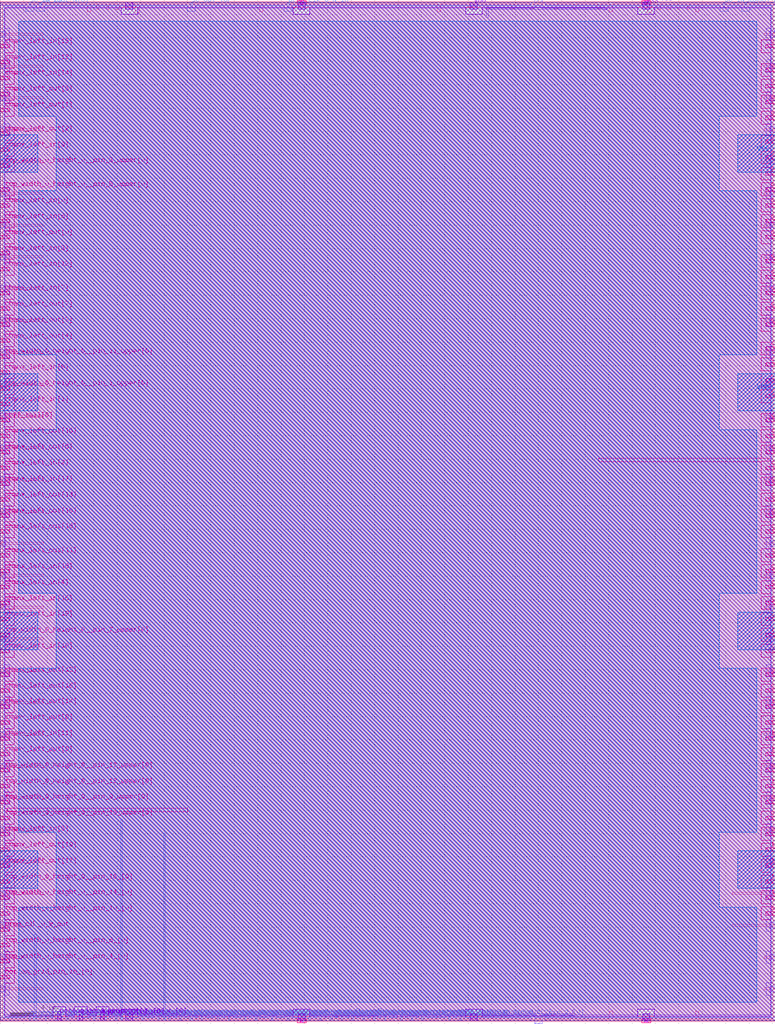
<source format=lef>
VERSION 5.7 ;
BUSBITCHARS "[]" ;

UNITS
  DATABASE MICRONS 1000 ;
END UNITS

MANUFACTURINGGRID 0.005 ;

LAYER li1
  TYPE ROUTING ;
  DIRECTION VERTICAL ;
  PITCH 0.46 ;
  WIDTH 0.17 ;
END li1

LAYER mcon
  TYPE CUT ;
END mcon

LAYER met1
  TYPE ROUTING ;
  DIRECTION HORIZONTAL ;
  PITCH 0.34 ;
  WIDTH 0.14 ;
END met1

LAYER via
  TYPE CUT ;
END via

LAYER met2
  TYPE ROUTING ;
  DIRECTION VERTICAL ;
  PITCH 0.46 ;
  WIDTH 0.14 ;
END met2

LAYER via2
  TYPE CUT ;
END via2

LAYER met3
  TYPE ROUTING ;
  DIRECTION HORIZONTAL ;
  PITCH 0.68 ;
  WIDTH 0.3 ;
END met3

LAYER via3
  TYPE CUT ;
END via3

LAYER met4
  TYPE ROUTING ;
  DIRECTION VERTICAL ;
  PITCH 0.92 ;
  WIDTH 0.3 ;
END met4

LAYER via4
  TYPE CUT ;
END via4

LAYER met5
  TYPE ROUTING ;
  DIRECTION HORIZONTAL ;
  PITCH 3.4 ;
  WIDTH 1.6 ;
END met5

LAYER nwell
  TYPE MASTERSLICE ;
END nwell

LAYER pwell
  TYPE MASTERSLICE ;
END pwell

LAYER OVERLAP
  TYPE OVERLAP ;
END OVERLAP

VIA L1M1_PR
  LAYER li1 ;
    RECT -0.085 -0.085 0.085 0.085 ;
  LAYER mcon ;
    RECT -0.085 -0.085 0.085 0.085 ;
  LAYER met1 ;
    RECT -0.145 -0.115 0.145 0.115 ;
END L1M1_PR

VIA L1M1_PR_R
  LAYER li1 ;
    RECT -0.085 -0.085 0.085 0.085 ;
  LAYER mcon ;
    RECT -0.085 -0.085 0.085 0.085 ;
  LAYER met1 ;
    RECT -0.115 -0.145 0.115 0.145 ;
END L1M1_PR_R

VIA L1M1_PR_M
  LAYER li1 ;
    RECT -0.085 -0.085 0.085 0.085 ;
  LAYER mcon ;
    RECT -0.085 -0.085 0.085 0.085 ;
  LAYER met1 ;
    RECT -0.115 -0.145 0.115 0.145 ;
END L1M1_PR_M

VIA L1M1_PR_MR
  LAYER li1 ;
    RECT -0.085 -0.085 0.085 0.085 ;
  LAYER mcon ;
    RECT -0.085 -0.085 0.085 0.085 ;
  LAYER met1 ;
    RECT -0.145 -0.115 0.145 0.115 ;
END L1M1_PR_MR

VIA L1M1_PR_C
  LAYER li1 ;
    RECT -0.085 -0.085 0.085 0.085 ;
  LAYER mcon ;
    RECT -0.085 -0.085 0.085 0.085 ;
  LAYER met1 ;
    RECT -0.145 -0.145 0.145 0.145 ;
END L1M1_PR_C

VIA M1M2_PR
  LAYER met1 ;
    RECT -0.16 -0.13 0.16 0.13 ;
  LAYER via ;
    RECT -0.075 -0.075 0.075 0.075 ;
  LAYER met2 ;
    RECT -0.13 -0.16 0.13 0.16 ;
END M1M2_PR

VIA M1M2_PR_Enc
  LAYER met1 ;
    RECT -0.16 -0.13 0.16 0.13 ;
  LAYER via ;
    RECT -0.075 -0.075 0.075 0.075 ;
  LAYER met2 ;
    RECT -0.16 -0.13 0.16 0.13 ;
END M1M2_PR_Enc

VIA M1M2_PR_R
  LAYER met1 ;
    RECT -0.13 -0.16 0.13 0.16 ;
  LAYER via ;
    RECT -0.075 -0.075 0.075 0.075 ;
  LAYER met2 ;
    RECT -0.16 -0.13 0.16 0.13 ;
END M1M2_PR_R

VIA M1M2_PR_R_Enc
  LAYER met1 ;
    RECT -0.13 -0.16 0.13 0.16 ;
  LAYER via ;
    RECT -0.075 -0.075 0.075 0.075 ;
  LAYER met2 ;
    RECT -0.13 -0.16 0.13 0.16 ;
END M1M2_PR_R_Enc

VIA M1M2_PR_M
  LAYER met1 ;
    RECT -0.16 -0.13 0.16 0.13 ;
  LAYER via ;
    RECT -0.075 -0.075 0.075 0.075 ;
  LAYER met2 ;
    RECT -0.16 -0.13 0.16 0.13 ;
END M1M2_PR_M

VIA M1M2_PR_M_Enc
  LAYER met1 ;
    RECT -0.16 -0.13 0.16 0.13 ;
  LAYER via ;
    RECT -0.075 -0.075 0.075 0.075 ;
  LAYER met2 ;
    RECT -0.13 -0.16 0.13 0.16 ;
END M1M2_PR_M_Enc

VIA M1M2_PR_MR
  LAYER met1 ;
    RECT -0.13 -0.16 0.13 0.16 ;
  LAYER via ;
    RECT -0.075 -0.075 0.075 0.075 ;
  LAYER met2 ;
    RECT -0.13 -0.16 0.13 0.16 ;
END M1M2_PR_MR

VIA M1M2_PR_MR_Enc
  LAYER met1 ;
    RECT -0.13 -0.16 0.13 0.16 ;
  LAYER via ;
    RECT -0.075 -0.075 0.075 0.075 ;
  LAYER met2 ;
    RECT -0.16 -0.13 0.16 0.13 ;
END M1M2_PR_MR_Enc

VIA M1M2_PR_C
  LAYER met1 ;
    RECT -0.16 -0.16 0.16 0.16 ;
  LAYER via ;
    RECT -0.075 -0.075 0.075 0.075 ;
  LAYER met2 ;
    RECT -0.16 -0.16 0.16 0.16 ;
END M1M2_PR_C

VIA M2M3_PR
  LAYER met2 ;
    RECT -0.14 -0.185 0.14 0.185 ;
  LAYER via2 ;
    RECT -0.1 -0.1 0.1 0.1 ;
  LAYER met3 ;
    RECT -0.165 -0.165 0.165 0.165 ;
END M2M3_PR

VIA M2M3_PR_R
  LAYER met2 ;
    RECT -0.185 -0.14 0.185 0.14 ;
  LAYER via2 ;
    RECT -0.1 -0.1 0.1 0.1 ;
  LAYER met3 ;
    RECT -0.165 -0.165 0.165 0.165 ;
END M2M3_PR_R

VIA M2M3_PR_M
  LAYER met2 ;
    RECT -0.14 -0.185 0.14 0.185 ;
  LAYER via2 ;
    RECT -0.1 -0.1 0.1 0.1 ;
  LAYER met3 ;
    RECT -0.165 -0.165 0.165 0.165 ;
END M2M3_PR_M

VIA M2M3_PR_MR
  LAYER met2 ;
    RECT -0.185 -0.14 0.185 0.14 ;
  LAYER via2 ;
    RECT -0.1 -0.1 0.1 0.1 ;
  LAYER met3 ;
    RECT -0.165 -0.165 0.165 0.165 ;
END M2M3_PR_MR

VIA M2M3_PR_C
  LAYER met2 ;
    RECT -0.185 -0.185 0.185 0.185 ;
  LAYER via2 ;
    RECT -0.1 -0.1 0.1 0.1 ;
  LAYER met3 ;
    RECT -0.165 -0.165 0.165 0.165 ;
END M2M3_PR_C

VIA M3M4_PR
  LAYER met3 ;
    RECT -0.19 -0.16 0.19 0.16 ;
  LAYER via3 ;
    RECT -0.1 -0.1 0.1 0.1 ;
  LAYER met4 ;
    RECT -0.165 -0.165 0.165 0.165 ;
END M3M4_PR

VIA M3M4_PR_R
  LAYER met3 ;
    RECT -0.16 -0.19 0.16 0.19 ;
  LAYER via3 ;
    RECT -0.1 -0.1 0.1 0.1 ;
  LAYER met4 ;
    RECT -0.165 -0.165 0.165 0.165 ;
END M3M4_PR_R

VIA M3M4_PR_M
  LAYER met3 ;
    RECT -0.19 -0.16 0.19 0.16 ;
  LAYER via3 ;
    RECT -0.1 -0.1 0.1 0.1 ;
  LAYER met4 ;
    RECT -0.165 -0.165 0.165 0.165 ;
END M3M4_PR_M

VIA M3M4_PR_MR
  LAYER met3 ;
    RECT -0.16 -0.19 0.16 0.19 ;
  LAYER via3 ;
    RECT -0.1 -0.1 0.1 0.1 ;
  LAYER met4 ;
    RECT -0.165 -0.165 0.165 0.165 ;
END M3M4_PR_MR

VIA M3M4_PR_C
  LAYER met3 ;
    RECT -0.19 -0.19 0.19 0.19 ;
  LAYER via3 ;
    RECT -0.1 -0.1 0.1 0.1 ;
  LAYER met4 ;
    RECT -0.165 -0.165 0.165 0.165 ;
END M3M4_PR_C

VIA M4M5_PR
  LAYER met4 ;
    RECT -0.59 -0.59 0.59 0.59 ;
  LAYER via4 ;
    RECT -0.4 -0.4 0.4 0.4 ;
  LAYER met5 ;
    RECT -0.71 -0.71 0.71 0.71 ;
END M4M5_PR

VIA M4M5_PR_R
  LAYER met4 ;
    RECT -0.59 -0.59 0.59 0.59 ;
  LAYER via4 ;
    RECT -0.4 -0.4 0.4 0.4 ;
  LAYER met5 ;
    RECT -0.71 -0.71 0.71 0.71 ;
END M4M5_PR_R

VIA M4M5_PR_M
  LAYER met4 ;
    RECT -0.59 -0.59 0.59 0.59 ;
  LAYER via4 ;
    RECT -0.4 -0.4 0.4 0.4 ;
  LAYER met5 ;
    RECT -0.71 -0.71 0.71 0.71 ;
END M4M5_PR_M

VIA M4M5_PR_MR
  LAYER met4 ;
    RECT -0.59 -0.59 0.59 0.59 ;
  LAYER via4 ;
    RECT -0.4 -0.4 0.4 0.4 ;
  LAYER met5 ;
    RECT -0.71 -0.71 0.71 0.71 ;
END M4M5_PR_MR

VIA M4M5_PR_C
  LAYER met4 ;
    RECT -0.59 -0.59 0.59 0.59 ;
  LAYER via4 ;
    RECT -0.4 -0.4 0.4 0.4 ;
  LAYER met5 ;
    RECT -0.71 -0.71 0.71 0.71 ;
END M4M5_PR_C

SITE unit
  CLASS CORE ;
  SYMMETRY Y ;
  SIZE 0.46 BY 2.72 ;
END unit

SITE unithddbl
  CLASS CORE ;
  SIZE 0.46 BY 5.44 ;
END unithddbl

MACRO cbx_1__0_
  CLASS BLOCK ;
  ORIGIN 0 0 ;
  SIZE 66.24 BY 87.04 ;
  SYMMETRY X Y ;
  PIN chanx_left_in[0]
    DIRECTION INPUT ;
    USE SIGNAL ;
    PORT
      LAYER met3 ;
        RECT 0 69.55 0.8 69.85 ;
    END
  END chanx_left_in[0]
  PIN chanx_left_in[1]
    DIRECTION INPUT ;
    USE SIGNAL ;
    PORT
      LAYER met3 ;
        RECT 0 52.55 0.8 52.85 ;
    END
  END chanx_left_in[1]
  PIN chanx_left_in[2]
    DIRECTION INPUT ;
    USE SIGNAL ;
    PORT
      LAYER met3 ;
        RECT 0 47.11 0.8 47.41 ;
    END
  END chanx_left_in[2]
  PIN chanx_left_in[3]
    DIRECTION INPUT ;
    USE SIGNAL ;
    PORT
      LAYER met3 ;
        RECT 0 65.47 0.8 65.77 ;
    END
  END chanx_left_in[3]
  PIN chanx_left_in[4]
    DIRECTION INPUT ;
    USE SIGNAL ;
    PORT
      LAYER met3 ;
        RECT 0 36.91 0.8 37.21 ;
    END
  END chanx_left_in[4]
  PIN chanx_left_in[5]
    DIRECTION INPUT ;
    USE SIGNAL ;
    PORT
      LAYER met3 ;
        RECT 0 15.83 0.8 16.13 ;
    END
  END chanx_left_in[5]
  PIN chanx_left_in[6]
    DIRECTION INPUT ;
    USE SIGNAL ;
    PORT
      LAYER met3 ;
        RECT 0 68.19 0.8 68.49 ;
    END
  END chanx_left_in[6]
  PIN chanx_left_in[7]
    DIRECTION INPUT ;
    USE SIGNAL ;
    PORT
      LAYER met3 ;
        RECT 0 62.07 0.8 62.37 ;
    END
  END chanx_left_in[7]
  PIN chanx_left_in[8]
    DIRECTION INPUT ;
    USE SIGNAL ;
    PORT
      LAYER met3 ;
        RECT 0 55.27 0.8 55.57 ;
    END
  END chanx_left_in[8]
  PIN chanx_left_in[9]
    DIRECTION INPUT ;
    USE SIGNAL ;
    PORT
      LAYER met3 ;
        RECT 0 74.31 0.8 74.61 ;
    END
  END chanx_left_in[9]
  PIN chanx_left_in[10]
    DIRECTION INPUT ;
    USE SIGNAL ;
    PORT
      LAYER met3 ;
        RECT 0 31.47 0.8 31.77 ;
    END
  END chanx_left_in[10]
  PIN chanx_left_in[11]
    DIRECTION INPUT ;
    USE SIGNAL ;
    PORT
      LAYER met3 ;
        RECT 0 23.99 0.8 24.29 ;
    END
  END chanx_left_in[11]
  PIN chanx_left_in[12]
    DIRECTION INPUT ;
    USE SIGNAL ;
    PORT
      LAYER met3 ;
        RECT 0 64.11 0.8 64.41 ;
    END
  END chanx_left_in[12]
  PIN chanx_left_in[13]
    DIRECTION INPUT ;
    USE SIGNAL ;
    PORT
      LAYER met3 ;
        RECT 0 81.79 0.8 82.09 ;
    END
  END chanx_left_in[13]
  PIN chanx_left_in[14]
    DIRECTION INPUT ;
    USE SIGNAL ;
    PORT
      LAYER met3 ;
        RECT 0 80.43 0.8 80.73 ;
    END
  END chanx_left_in[14]
  PIN chanx_left_in[15]
    DIRECTION INPUT ;
    USE SIGNAL ;
    PORT
      LAYER met3 ;
        RECT 0 83.15 0.8 83.45 ;
    END
  END chanx_left_in[15]
  PIN chanx_left_in[16]
    DIRECTION INPUT ;
    USE SIGNAL ;
    PORT
      LAYER met3 ;
        RECT 0 35.55 0.8 35.85 ;
    END
  END chanx_left_in[16]
  PIN chanx_left_in[17]
    DIRECTION INPUT ;
    USE SIGNAL ;
    PORT
      LAYER met3 ;
        RECT 0 45.75 0.8 46.05 ;
    END
  END chanx_left_in[17]
  PIN chanx_left_in[18]
    DIRECTION INPUT ;
    USE SIGNAL ;
    PORT
      LAYER met3 ;
        RECT 0 38.27 0.8 38.57 ;
    END
  END chanx_left_in[18]
  PIN chanx_left_in[19]
    DIRECTION INPUT ;
    USE SIGNAL ;
    PORT
      LAYER met3 ;
        RECT 0 34.19 0.8 34.49 ;
    END
  END chanx_left_in[19]
  PIN chanx_right_in[0]
    DIRECTION INPUT ;
    USE SIGNAL ;
    PORT
      LAYER met3 ;
        RECT 65.44 53.23 66.24 53.53 ;
    END
  END chanx_right_in[0]
  PIN chanx_right_in[1]
    DIRECTION INPUT ;
    USE SIGNAL ;
    PORT
      LAYER met3 ;
        RECT 65.44 74.99 66.24 75.29 ;
    END
  END chanx_right_in[1]
  PIN chanx_right_in[2]
    DIRECTION INPUT ;
    USE SIGNAL ;
    PORT
      LAYER met3 ;
        RECT 65.44 54.59 66.24 54.89 ;
    END
  END chanx_right_in[2]
  PIN chanx_right_in[3]
    DIRECTION INPUT ;
    USE SIGNAL ;
    PORT
      LAYER met3 ;
        RECT 65.44 44.39 66.24 44.69 ;
    END
  END chanx_right_in[3]
  PIN chanx_right_in[4]
    DIRECTION INPUT ;
    USE SIGNAL ;
    PORT
      LAYER met3 ;
        RECT 65.44 77.03 66.24 77.33 ;
    END
  END chanx_right_in[4]
  PIN chanx_right_in[5]
    DIRECTION INPUT ;
    USE SIGNAL ;
    PORT
      LAYER met3 ;
        RECT 65.44 31.47 66.24 31.77 ;
    END
  END chanx_right_in[5]
  PIN chanx_right_in[6]
    DIRECTION INPUT ;
    USE SIGNAL ;
    PORT
      LAYER met3 ;
        RECT 65.44 69.55 66.24 69.85 ;
    END
  END chanx_right_in[6]
  PIN chanx_right_in[7]
    DIRECTION INPUT ;
    USE SIGNAL ;
    PORT
      LAYER met3 ;
        RECT 65.44 18.55 66.24 18.85 ;
    END
  END chanx_right_in[7]
  PIN chanx_right_in[8]
    DIRECTION INPUT ;
    USE SIGNAL ;
    PORT
      LAYER met3 ;
        RECT 65.44 34.19 66.24 34.49 ;
    END
  END chanx_right_in[8]
  PIN chanx_right_in[9]
    DIRECTION INPUT ;
    USE SIGNAL ;
    PORT
      LAYER met3 ;
        RECT 65.44 66.83 66.24 67.13 ;
    END
  END chanx_right_in[9]
  PIN chanx_right_in[10]
    DIRECTION INPUT ;
    USE SIGNAL ;
    PORT
      LAYER met3 ;
        RECT 65.44 43.03 66.24 43.33 ;
    END
  END chanx_right_in[10]
  PIN chanx_right_in[11]
    DIRECTION INPUT ;
    USE SIGNAL ;
    PORT
      LAYER met3 ;
        RECT 65.44 39.63 66.24 39.93 ;
    END
  END chanx_right_in[11]
  PIN chanx_right_in[12]
    DIRECTION INPUT ;
    USE SIGNAL ;
    PORT
      LAYER met3 ;
        RECT 65.44 35.55 66.24 35.85 ;
    END
  END chanx_right_in[12]
  PIN chanx_right_in[13]
    DIRECTION INPUT ;
    USE SIGNAL ;
    PORT
      LAYER met3 ;
        RECT 65.44 72.27 66.24 72.57 ;
    END
  END chanx_right_in[13]
  PIN chanx_right_in[14]
    DIRECTION INPUT ;
    USE SIGNAL ;
    PORT
      LAYER met3 ;
        RECT 65.44 79.75 66.24 80.05 ;
    END
  END chanx_right_in[14]
  PIN chanx_right_in[15]
    DIRECTION INPUT ;
    USE SIGNAL ;
    PORT
      LAYER met3 ;
        RECT 65.44 83.15 66.24 83.45 ;
    END
  END chanx_right_in[15]
  PIN chanx_right_in[16]
    DIRECTION INPUT ;
    USE SIGNAL ;
    PORT
      LAYER met3 ;
        RECT 65.44 17.19 66.24 17.49 ;
    END
  END chanx_right_in[16]
  PIN chanx_right_in[17]
    DIRECTION INPUT ;
    USE SIGNAL ;
    PORT
      LAYER met3 ;
        RECT 65.44 28.07 66.24 28.37 ;
    END
  END chanx_right_in[17]
  PIN chanx_right_in[18]
    DIRECTION INPUT ;
    USE SIGNAL ;
    PORT
      LAYER met3 ;
        RECT 65.44 41.67 66.24 41.97 ;
    END
  END chanx_right_in[18]
  PIN chanx_right_in[19]
    DIRECTION INPUT ;
    USE SIGNAL ;
    PORT
      LAYER met3 ;
        RECT 65.44 70.91 66.24 71.21 ;
    END
  END chanx_right_in[19]
  PIN ccff_head[0]
    DIRECTION INPUT ;
    USE SIGNAL ;
    PORT
      LAYER met3 ;
        RECT 65.44 81.11 66.24 81.41 ;
    END
  END ccff_head[0]
  PIN chanx_left_out[0]
    DIRECTION OUTPUT ;
    USE SIGNAL ;
    PORT
      LAYER met3 ;
        RECT 0 66.83 0.8 67.13 ;
    END
  END chanx_left_out[0]
  PIN chanx_left_out[1]
    DIRECTION OUTPUT ;
    USE SIGNAL ;
    PORT
      LAYER met3 ;
        RECT 0 77.71 0.8 78.01 ;
    END
  END chanx_left_out[1]
  PIN chanx_left_out[2]
    DIRECTION OUTPUT ;
    USE SIGNAL ;
    PORT
      LAYER met3 ;
        RECT 0 75.67 0.8 75.97 ;
    END
  END chanx_left_out[2]
  PIN chanx_left_out[3]
    DIRECTION OUTPUT ;
    USE SIGNAL ;
    PORT
      LAYER met3 ;
        RECT 0 59.35 0.8 59.65 ;
    END
  END chanx_left_out[3]
  PIN chanx_left_out[4]
    DIRECTION OUTPUT ;
    USE SIGNAL ;
    PORT
      LAYER met3 ;
        RECT 0 57.99 0.8 58.29 ;
    END
  END chanx_left_out[4]
  PIN chanx_left_out[5]
    DIRECTION OUTPUT ;
    USE SIGNAL ;
    PORT
      LAYER met3 ;
        RECT 0 79.07 0.8 79.37 ;
    END
  END chanx_left_out[5]
  PIN chanx_left_out[6]
    DIRECTION OUTPUT ;
    USE SIGNAL ;
    PORT
      LAYER met3 ;
        RECT 0 48.47 0.8 48.77 ;
    END
  END chanx_left_out[6]
  PIN chanx_left_out[7]
    DIRECTION OUTPUT ;
    USE SIGNAL ;
    PORT
      LAYER met3 ;
        RECT 0 60.71 0.8 61.01 ;
    END
  END chanx_left_out[7]
  PIN chanx_left_out[8]
    DIRECTION OUTPUT ;
    USE SIGNAL ;
    PORT
      LAYER met3 ;
        RECT 0 25.35 0.8 25.65 ;
    END
  END chanx_left_out[8]
  PIN chanx_left_out[9]
    DIRECTION OUTPUT ;
    USE SIGNAL ;
    PORT
      LAYER met3 ;
        RECT 0 22.63 0.8 22.93 ;
    END
  END chanx_left_out[9]
  PIN chanx_left_out[10]
    DIRECTION OUTPUT ;
    USE SIGNAL ;
    PORT
      LAYER met3 ;
        RECT 0 43.03 0.8 43.33 ;
    END
  END chanx_left_out[10]
  PIN chanx_left_out[11]
    DIRECTION OUTPUT ;
    USE SIGNAL ;
    PORT
      LAYER met3 ;
        RECT 0 39.63 0.8 39.93 ;
    END
  END chanx_left_out[11]
  PIN chanx_left_out[12]
    DIRECTION OUTPUT ;
    USE SIGNAL ;
    PORT
      LAYER met3 ;
        RECT 0 29.43 0.8 29.73 ;
    END
  END chanx_left_out[12]
  PIN chanx_left_out[13]
    DIRECTION OUTPUT ;
    USE SIGNAL ;
    PORT
      LAYER met3 ;
        RECT 0 44.39 0.8 44.69 ;
    END
  END chanx_left_out[13]
  PIN chanx_left_out[14]
    DIRECTION OUTPUT ;
    USE SIGNAL ;
    PORT
      LAYER met3 ;
        RECT 0 26.71 0.8 27.01 ;
    END
  END chanx_left_out[14]
  PIN chanx_left_out[15]
    DIRECTION OUTPUT ;
    USE SIGNAL ;
    PORT
      LAYER met3 ;
        RECT 0 49.83 0.8 50.13 ;
    END
  END chanx_left_out[15]
  PIN chanx_left_out[16]
    DIRECTION OUTPUT ;
    USE SIGNAL ;
    PORT
      LAYER met3 ;
        RECT 0 28.07 0.8 28.37 ;
    END
  END chanx_left_out[16]
  PIN chanx_left_out[17]
    DIRECTION OUTPUT ;
    USE SIGNAL ;
    PORT
      LAYER met3 ;
        RECT 0 13.11 0.8 13.41 ;
    END
  END chanx_left_out[17]
  PIN chanx_left_out[18]
    DIRECTION OUTPUT ;
    USE SIGNAL ;
    PORT
      LAYER met3 ;
        RECT 0 41.67 0.8 41.97 ;
    END
  END chanx_left_out[18]
  PIN chanx_left_out[19]
    DIRECTION OUTPUT ;
    USE SIGNAL ;
    PORT
      LAYER met3 ;
        RECT 0 14.47 0.8 14.77 ;
    END
  END chanx_left_out[19]
  PIN chanx_right_out[0]
    DIRECTION OUTPUT ;
    USE SIGNAL ;
    PORT
      LAYER met3 ;
        RECT 65.44 36.91 66.24 37.21 ;
    END
  END chanx_right_out[0]
  PIN chanx_right_out[1]
    DIRECTION OUTPUT ;
    USE SIGNAL ;
    PORT
      LAYER met3 ;
        RECT 65.44 21.27 66.24 21.57 ;
    END
  END chanx_right_out[1]
  PIN chanx_right_out[2]
    DIRECTION OUTPUT ;
    USE SIGNAL ;
    PORT
      LAYER met3 ;
        RECT 65.44 63.43 66.24 63.73 ;
    END
  END chanx_right_out[2]
  PIN chanx_right_out[3]
    DIRECTION OUTPUT ;
    USE SIGNAL ;
    PORT
      LAYER met3 ;
        RECT 65.44 47.11 66.24 47.41 ;
    END
  END chanx_right_out[3]
  PIN chanx_right_out[4]
    DIRECTION OUTPUT ;
    USE SIGNAL ;
    PORT
      LAYER met3 ;
        RECT 65.44 45.75 66.24 46.05 ;
    END
  END chanx_right_out[4]
  PIN chanx_right_out[5]
    DIRECTION OUTPUT ;
    USE SIGNAL ;
    PORT
      LAYER met3 ;
        RECT 65.44 49.83 66.24 50.13 ;
    END
  END chanx_right_out[5]
  PIN chanx_right_out[6]
    DIRECTION OUTPUT ;
    USE SIGNAL ;
    PORT
      LAYER met3 ;
        RECT 65.44 60.71 66.24 61.01 ;
    END
  END chanx_right_out[6]
  PIN chanx_right_out[7]
    DIRECTION OUTPUT ;
    USE SIGNAL ;
    PORT
      LAYER met3 ;
        RECT 65.44 55.95 66.24 56.25 ;
    END
  END chanx_right_out[7]
  PIN chanx_right_out[8]
    DIRECTION OUTPUT ;
    USE SIGNAL ;
    PORT
      LAYER met3 ;
        RECT 65.44 64.79 66.24 65.09 ;
    END
  END chanx_right_out[8]
  PIN chanx_right_out[9]
    DIRECTION OUTPUT ;
    USE SIGNAL ;
    PORT
      LAYER met3 ;
        RECT 65.44 51.19 66.24 51.49 ;
    END
  END chanx_right_out[9]
  PIN chanx_right_out[10]
    DIRECTION OUTPUT ;
    USE SIGNAL ;
    PORT
      LAYER met3 ;
        RECT 65.44 29.43 66.24 29.73 ;
    END
  END chanx_right_out[10]
  PIN chanx_right_out[11]
    DIRECTION OUTPUT ;
    USE SIGNAL ;
    PORT
      LAYER met3 ;
        RECT 65.44 15.83 66.24 16.13 ;
    END
  END chanx_right_out[11]
  PIN chanx_right_out[12]
    DIRECTION OUTPUT ;
    USE SIGNAL ;
    PORT
      LAYER met3 ;
        RECT 65.44 68.19 66.24 68.49 ;
    END
  END chanx_right_out[12]
  PIN chanx_right_out[13]
    DIRECTION OUTPUT ;
    USE SIGNAL ;
    PORT
      LAYER met3 ;
        RECT 65.44 48.47 66.24 48.77 ;
    END
  END chanx_right_out[13]
  PIN chanx_right_out[14]
    DIRECTION OUTPUT ;
    USE SIGNAL ;
    PORT
      LAYER met3 ;
        RECT 65.44 38.27 66.24 38.57 ;
    END
  END chanx_right_out[14]
  PIN chanx_right_out[15]
    DIRECTION OUTPUT ;
    USE SIGNAL ;
    PORT
      LAYER met3 ;
        RECT 65.44 57.31 66.24 57.61 ;
    END
  END chanx_right_out[15]
  PIN chanx_right_out[16]
    DIRECTION OUTPUT ;
    USE SIGNAL ;
    PORT
      LAYER met3 ;
        RECT 65.44 62.07 66.24 62.37 ;
    END
  END chanx_right_out[16]
  PIN chanx_right_out[17]
    DIRECTION OUTPUT ;
    USE SIGNAL ;
    PORT
      LAYER met3 ;
        RECT 65.44 73.63 66.24 73.93 ;
    END
  END chanx_right_out[17]
  PIN chanx_right_out[18]
    DIRECTION OUTPUT ;
    USE SIGNAL ;
    PORT
      LAYER met3 ;
        RECT 65.44 59.35 66.24 59.65 ;
    END
  END chanx_right_out[18]
  PIN chanx_right_out[19]
    DIRECTION OUTPUT ;
    USE SIGNAL ;
    PORT
      LAYER met3 ;
        RECT 65.44 78.39 66.24 78.69 ;
    END
  END chanx_right_out[19]
  PIN bottom_grid_pin_0_[0]
    DIRECTION OUTPUT ;
    USE SIGNAL ;
    PORT
      LAYER met3 ;
        RECT 65.44 9.03 66.24 9.33 ;
    END
  END bottom_grid_pin_0_[0]
  PIN bottom_grid_pin_2_[0]
    DIRECTION OUTPUT ;
    USE SIGNAL ;
    PORT
      LAYER met2 ;
        RECT 38.34 0 38.48 0.485 ;
    END
  END bottom_grid_pin_2_[0]
  PIN bottom_grid_pin_4_[0]
    DIRECTION OUTPUT ;
    USE SIGNAL ;
    PORT
      LAYER met4 ;
        RECT 8.59 0 8.89 0.8 ;
    END
  END bottom_grid_pin_4_[0]
  PIN bottom_grid_pin_6_[0]
    DIRECTION OUTPUT ;
    USE SIGNAL ;
    PORT
      LAYER met4 ;
        RECT 6.75 0 7.05 0.8 ;
    END
  END bottom_grid_pin_6_[0]
  PIN bottom_grid_pin_8_[0]
    DIRECTION OUTPUT ;
    USE SIGNAL ;
    PORT
      LAYER met2 ;
        RECT 36.04 0 36.18 0.485 ;
    END
  END bottom_grid_pin_8_[0]
  PIN bottom_grid_pin_10_[0]
    DIRECTION OUTPUT ;
    USE SIGNAL ;
    PORT
      LAYER met4 ;
        RECT 4.91 0 5.21 0.8 ;
    END
  END bottom_grid_pin_10_[0]
  PIN bottom_grid_pin_12_[0]
    DIRECTION OUTPUT ;
    USE SIGNAL ;
    PORT
      LAYER met2 ;
        RECT 32.82 0 32.96 0.485 ;
    END
  END bottom_grid_pin_12_[0]
  PIN bottom_grid_pin_14_[0]
    DIRECTION OUTPUT ;
    USE SIGNAL ;
    PORT
      LAYER met2 ;
        RECT 9.82 0 9.96 0.485 ;
    END
  END bottom_grid_pin_14_[0]
  PIN bottom_grid_pin_16_[0]
    DIRECTION OUTPUT ;
    USE SIGNAL ;
    PORT
      LAYER met3 ;
        RECT 0 3.59 0.8 3.89 ;
    END
  END bottom_grid_pin_16_[0]
  PIN ccff_tail[0]
    DIRECTION OUTPUT ;
    USE SIGNAL ;
    PORT
      LAYER met3 ;
        RECT 0 51.19 0.8 51.49 ;
    END
  END ccff_tail[0]
  PIN IO_ISOL_N[0]
    DIRECTION INPUT ;
    USE SIGNAL ;
    PORT
      LAYER met2 ;
        RECT 3.38 86.555 3.52 87.04 ;
    END
  END IO_ISOL_N[0]
  PIN gfpga_pad_EMBEDDED_IO_HD_SOC_IN[0]
    DIRECTION INPUT ;
    USE SIGNAL ;
    PORT
      LAYER met2 ;
        RECT 14.42 0 14.56 0.485 ;
    END
  END gfpga_pad_EMBEDDED_IO_HD_SOC_IN[0]
  PIN gfpga_pad_EMBEDDED_IO_HD_SOC_IN[1]
    DIRECTION INPUT ;
    USE SIGNAL ;
    PORT
      LAYER met2 ;
        RECT 15.34 0 15.48 0.485 ;
    END
  END gfpga_pad_EMBEDDED_IO_HD_SOC_IN[1]
  PIN gfpga_pad_EMBEDDED_IO_HD_SOC_IN[2]
    DIRECTION INPUT ;
    USE SIGNAL ;
    PORT
      LAYER met2 ;
        RECT 29.14 0 29.28 0.485 ;
    END
  END gfpga_pad_EMBEDDED_IO_HD_SOC_IN[2]
  PIN gfpga_pad_EMBEDDED_IO_HD_SOC_IN[3]
    DIRECTION INPUT ;
    USE SIGNAL ;
    PORT
      LAYER met2 ;
        RECT 30.98 0 31.12 0.485 ;
    END
  END gfpga_pad_EMBEDDED_IO_HD_SOC_IN[3]
  PIN gfpga_pad_EMBEDDED_IO_HD_SOC_IN[4]
    DIRECTION INPUT ;
    USE SIGNAL ;
    PORT
      LAYER met2 ;
        RECT 16.26 0 16.4 0.485 ;
    END
  END gfpga_pad_EMBEDDED_IO_HD_SOC_IN[4]
  PIN gfpga_pad_EMBEDDED_IO_HD_SOC_IN[5]
    DIRECTION INPUT ;
    USE SIGNAL ;
    PORT
      LAYER met2 ;
        RECT 10.74 0 10.88 0.485 ;
    END
  END gfpga_pad_EMBEDDED_IO_HD_SOC_IN[5]
  PIN gfpga_pad_EMBEDDED_IO_HD_SOC_IN[6]
    DIRECTION INPUT ;
    USE SIGNAL ;
    PORT
      LAYER met2 ;
        RECT 6.6 0 6.74 0.485 ;
    END
  END gfpga_pad_EMBEDDED_IO_HD_SOC_IN[6]
  PIN gfpga_pad_EMBEDDED_IO_HD_SOC_IN[7]
    DIRECTION INPUT ;
    USE SIGNAL ;
    PORT
      LAYER met2 ;
        RECT 5.68 0 5.82 0.485 ;
    END
  END gfpga_pad_EMBEDDED_IO_HD_SOC_IN[7]
  PIN gfpga_pad_EMBEDDED_IO_HD_SOC_IN[8]
    DIRECTION INPUT ;
    USE SIGNAL ;
    PORT
      LAYER met2 ;
        RECT 12.12 0 12.26 0.485 ;
    END
  END gfpga_pad_EMBEDDED_IO_HD_SOC_IN[8]
  PIN gfpga_pad_EMBEDDED_IO_HD_SOC_OUT[0]
    DIRECTION OUTPUT ;
    USE SIGNAL ;
    PORT
      LAYER met2 ;
        RECT 23.16 0 23.3 0.485 ;
    END
  END gfpga_pad_EMBEDDED_IO_HD_SOC_OUT[0]
  PIN gfpga_pad_EMBEDDED_IO_HD_SOC_OUT[1]
    DIRECTION OUTPUT ;
    USE SIGNAL ;
    PORT
      LAYER met2 ;
        RECT 26.38 0 26.52 0.485 ;
    END
  END gfpga_pad_EMBEDDED_IO_HD_SOC_OUT[1]
  PIN gfpga_pad_EMBEDDED_IO_HD_SOC_OUT[2]
    DIRECTION OUTPUT ;
    USE SIGNAL ;
    PORT
      LAYER met2 ;
        RECT 35.12 0 35.26 0.485 ;
    END
  END gfpga_pad_EMBEDDED_IO_HD_SOC_OUT[2]
  PIN gfpga_pad_EMBEDDED_IO_HD_SOC_OUT[3]
    DIRECTION OUTPUT ;
    USE SIGNAL ;
    PORT
      LAYER met2 ;
        RECT 30.06 0 30.2 0.485 ;
    END
  END gfpga_pad_EMBEDDED_IO_HD_SOC_OUT[3]
  PIN gfpga_pad_EMBEDDED_IO_HD_SOC_OUT[4]
    DIRECTION OUTPUT ;
    USE SIGNAL ;
    PORT
      LAYER met2 ;
        RECT 28.22 0 28.36 0.485 ;
    END
  END gfpga_pad_EMBEDDED_IO_HD_SOC_OUT[4]
  PIN gfpga_pad_EMBEDDED_IO_HD_SOC_OUT[5]
    DIRECTION OUTPUT ;
    USE SIGNAL ;
    PORT
      LAYER met2 ;
        RECT 19.48 0 19.62 0.485 ;
    END
  END gfpga_pad_EMBEDDED_IO_HD_SOC_OUT[5]
  PIN gfpga_pad_EMBEDDED_IO_HD_SOC_OUT[6]
    DIRECTION OUTPUT ;
    USE SIGNAL ;
    PORT
      LAYER met2 ;
        RECT 18.56 0 18.7 0.485 ;
    END
  END gfpga_pad_EMBEDDED_IO_HD_SOC_OUT[6]
  PIN gfpga_pad_EMBEDDED_IO_HD_SOC_OUT[7]
    DIRECTION OUTPUT ;
    USE SIGNAL ;
    PORT
      LAYER met2 ;
        RECT 3.84 0 3.98 0.485 ;
    END
  END gfpga_pad_EMBEDDED_IO_HD_SOC_OUT[7]
  PIN gfpga_pad_EMBEDDED_IO_HD_SOC_OUT[8]
    DIRECTION OUTPUT ;
    USE SIGNAL ;
    PORT
      LAYER met2 ;
        RECT 7.98 0 8.12 0.485 ;
    END
  END gfpga_pad_EMBEDDED_IO_HD_SOC_OUT[8]
  PIN gfpga_pad_EMBEDDED_IO_HD_SOC_DIR[0]
    DIRECTION OUTPUT ;
    USE SIGNAL ;
    PORT
      LAYER met2 ;
        RECT 17.18 0 17.32 0.485 ;
    END
  END gfpga_pad_EMBEDDED_IO_HD_SOC_DIR[0]
  PIN gfpga_pad_EMBEDDED_IO_HD_SOC_DIR[1]
    DIRECTION OUTPUT ;
    USE SIGNAL ;
    PORT
      LAYER met2 ;
        RECT 21.78 0 21.92 0.485 ;
    END
  END gfpga_pad_EMBEDDED_IO_HD_SOC_DIR[1]
  PIN gfpga_pad_EMBEDDED_IO_HD_SOC_DIR[2]
    DIRECTION OUTPUT ;
    USE SIGNAL ;
    PORT
      LAYER met2 ;
        RECT 27.3 0 27.44 0.485 ;
    END
  END gfpga_pad_EMBEDDED_IO_HD_SOC_DIR[2]
  PIN gfpga_pad_EMBEDDED_IO_HD_SOC_DIR[3]
    DIRECTION OUTPUT ;
    USE SIGNAL ;
    PORT
      LAYER met2 ;
        RECT 24.54 0 24.68 0.485 ;
    END
  END gfpga_pad_EMBEDDED_IO_HD_SOC_DIR[3]
  PIN gfpga_pad_EMBEDDED_IO_HD_SOC_DIR[4]
    DIRECTION OUTPUT ;
    USE SIGNAL ;
    PORT
      LAYER met2 ;
        RECT 20.86 0 21 0.485 ;
    END
  END gfpga_pad_EMBEDDED_IO_HD_SOC_DIR[4]
  PIN gfpga_pad_EMBEDDED_IO_HD_SOC_DIR[5]
    DIRECTION OUTPUT ;
    USE SIGNAL ;
    PORT
      LAYER met2 ;
        RECT 13.5 0 13.64 0.485 ;
    END
  END gfpga_pad_EMBEDDED_IO_HD_SOC_DIR[5]
  PIN gfpga_pad_EMBEDDED_IO_HD_SOC_DIR[6]
    DIRECTION OUTPUT ;
    USE SIGNAL ;
    PORT
      LAYER met2 ;
        RECT 8.9 0 9.04 0.485 ;
    END
  END gfpga_pad_EMBEDDED_IO_HD_SOC_DIR[6]
  PIN gfpga_pad_EMBEDDED_IO_HD_SOC_DIR[7]
    DIRECTION OUTPUT ;
    USE SIGNAL ;
    PORT
      LAYER met2 ;
        RECT 2.46 0 2.6 0.485 ;
    END
  END gfpga_pad_EMBEDDED_IO_HD_SOC_DIR[7]
  PIN gfpga_pad_EMBEDDED_IO_HD_SOC_DIR[8]
    DIRECTION OUTPUT ;
    USE SIGNAL ;
    PORT
      LAYER met2 ;
        RECT 4.76 0 4.9 0.485 ;
    END
  END gfpga_pad_EMBEDDED_IO_HD_SOC_DIR[8]
  PIN top_width_0_height_0__pin_0_[0]
    DIRECTION INPUT ;
    USE SIGNAL ;
    PORT
      LAYER met3 ;
        RECT 65.44 10.39 66.24 10.69 ;
    END
  END top_width_0_height_0__pin_0_[0]
  PIN top_width_0_height_0__pin_2_[0]
    DIRECTION INPUT ;
    USE SIGNAL ;
    PORT
      LAYER met2 ;
        RECT 39.26 0 39.4 0.485 ;
    END
  END top_width_0_height_0__pin_2_[0]
  PIN top_width_0_height_0__pin_4_[0]
    DIRECTION INPUT ;
    USE SIGNAL ;
    PORT
      LAYER met3 ;
        RECT 0 4.95 0.8 5.25 ;
    END
  END top_width_0_height_0__pin_4_[0]
  PIN top_width_0_height_0__pin_6_[0]
    DIRECTION INPUT ;
    USE SIGNAL ;
    PORT
      LAYER met3 ;
        RECT 0 6.31 0.8 6.61 ;
    END
  END top_width_0_height_0__pin_6_[0]
  PIN top_width_0_height_0__pin_8_[0]
    DIRECTION INPUT ;
    USE SIGNAL ;
    PORT
      LAYER met2 ;
        RECT 34.2 0 34.34 0.485 ;
    END
  END top_width_0_height_0__pin_8_[0]
  PIN top_width_0_height_0__pin_10_[0]
    DIRECTION INPUT ;
    USE SIGNAL ;
    PORT
      LAYER met3 ;
        RECT 0 9.03 0.8 9.33 ;
    END
  END top_width_0_height_0__pin_10_[0]
  PIN top_width_0_height_0__pin_12_[0]
    DIRECTION INPUT ;
    USE SIGNAL ;
    PORT
      LAYER met2 ;
        RECT 31.9 0 32.04 0.485 ;
    END
  END top_width_0_height_0__pin_12_[0]
  PIN top_width_0_height_0__pin_14_[0]
    DIRECTION INPUT ;
    USE SIGNAL ;
    PORT
      LAYER met3 ;
        RECT 0 10.39 0.8 10.69 ;
    END
  END top_width_0_height_0__pin_14_[0]
  PIN top_width_0_height_0__pin_16_[0]
    DIRECTION INPUT ;
    USE SIGNAL ;
    PORT
      LAYER met3 ;
        RECT 0 11.75 0.8 12.05 ;
    END
  END top_width_0_height_0__pin_16_[0]
  PIN top_width_0_height_0__pin_1_upper[0]
    DIRECTION OUTPUT ;
    USE SIGNAL ;
    PORT
      LAYER met3 ;
        RECT 0 53.91 0.8 54.21 ;
    END
  END top_width_0_height_0__pin_1_upper[0]
  PIN top_width_0_height_0__pin_1_lower[0]
    DIRECTION OUTPUT ;
    USE SIGNAL ;
    PORT
      LAYER met3 ;
        RECT 65.44 26.71 66.24 27.01 ;
    END
  END top_width_0_height_0__pin_1_lower[0]
  PIN top_width_0_height_0__pin_3_upper[0]
    DIRECTION OUTPUT ;
    USE SIGNAL ;
    PORT
      LAYER met3 ;
        RECT 0 72.95 0.8 73.25 ;
    END
  END top_width_0_height_0__pin_3_upper[0]
  PIN top_width_0_height_0__pin_3_lower[0]
    DIRECTION OUTPUT ;
    USE SIGNAL ;
    PORT
      LAYER met3 ;
        RECT 65.44 25.35 66.24 25.65 ;
    END
  END top_width_0_height_0__pin_3_lower[0]
  PIN top_width_0_height_0__pin_5_upper[0]
    DIRECTION OUTPUT ;
    USE SIGNAL ;
    PORT
      LAYER met3 ;
        RECT 0 70.91 0.8 71.21 ;
    END
  END top_width_0_height_0__pin_5_upper[0]
  PIN top_width_0_height_0__pin_5_lower[0]
    DIRECTION OUTPUT ;
    USE SIGNAL ;
    PORT
      LAYER met3 ;
        RECT 65.44 14.47 66.24 14.77 ;
    END
  END top_width_0_height_0__pin_5_lower[0]
  PIN top_width_0_height_0__pin_7_upper[0]
    DIRECTION OUTPUT ;
    USE SIGNAL ;
    PORT
      LAYER met3 ;
        RECT 0 32.83 0.8 33.13 ;
    END
  END top_width_0_height_0__pin_7_upper[0]
  PIN top_width_0_height_0__pin_7_lower[0]
    DIRECTION OUTPUT ;
    USE SIGNAL ;
    PORT
      LAYER met3 ;
        RECT 65.44 32.83 66.24 33.13 ;
    END
  END top_width_0_height_0__pin_7_lower[0]
  PIN top_width_0_height_0__pin_9_upper[0]
    DIRECTION OUTPUT ;
    USE SIGNAL ;
    PORT
      LAYER met3 ;
        RECT 0 18.55 0.8 18.85 ;
    END
  END top_width_0_height_0__pin_9_upper[0]
  PIN top_width_0_height_0__pin_9_lower[0]
    DIRECTION OUTPUT ;
    USE SIGNAL ;
    PORT
      LAYER met3 ;
        RECT 65.44 13.11 66.24 13.41 ;
    END
  END top_width_0_height_0__pin_9_lower[0]
  PIN top_width_0_height_0__pin_11_upper[0]
    DIRECTION OUTPUT ;
    USE SIGNAL ;
    PORT
      LAYER met3 ;
        RECT 0 56.63 0.8 56.93 ;
    END
  END top_width_0_height_0__pin_11_upper[0]
  PIN top_width_0_height_0__pin_11_lower[0]
    DIRECTION OUTPUT ;
    USE SIGNAL ;
    PORT
      LAYER met3 ;
        RECT 65.44 23.99 66.24 24.29 ;
    END
  END top_width_0_height_0__pin_11_lower[0]
  PIN top_width_0_height_0__pin_13_upper[0]
    DIRECTION OUTPUT ;
    USE SIGNAL ;
    PORT
      LAYER met3 ;
        RECT 0 19.91 0.8 20.21 ;
    END
  END top_width_0_height_0__pin_13_upper[0]
  PIN top_width_0_height_0__pin_13_lower[0]
    DIRECTION OUTPUT ;
    USE SIGNAL ;
    PORT
      LAYER met3 ;
        RECT 65.44 22.63 66.24 22.93 ;
    END
  END top_width_0_height_0__pin_13_lower[0]
  PIN top_width_0_height_0__pin_15_upper[0]
    DIRECTION OUTPUT ;
    USE SIGNAL ;
    PORT
      LAYER met3 ;
        RECT 0 17.19 0.8 17.49 ;
    END
  END top_width_0_height_0__pin_15_upper[0]
  PIN top_width_0_height_0__pin_15_lower[0]
    DIRECTION OUTPUT ;
    USE SIGNAL ;
    PORT
      LAYER met3 ;
        RECT 65.44 11.75 66.24 12.05 ;
    END
  END top_width_0_height_0__pin_15_lower[0]
  PIN top_width_0_height_0__pin_17_upper[0]
    DIRECTION OUTPUT ;
    USE SIGNAL ;
    PORT
      LAYER met3 ;
        RECT 0 21.27 0.8 21.57 ;
    END
  END top_width_0_height_0__pin_17_upper[0]
  PIN top_width_0_height_0__pin_17_lower[0]
    DIRECTION OUTPUT ;
    USE SIGNAL ;
    PORT
      LAYER met3 ;
        RECT 65.44 19.91 66.24 20.21 ;
    END
  END top_width_0_height_0__pin_17_lower[0]
  PIN SC_IN_TOP
    DIRECTION INPUT ;
    USE SIGNAL ;
    PORT
      LAYER met2 ;
        RECT 61.8 86.555 61.94 87.04 ;
    END
  END SC_IN_TOP
  PIN SC_OUT_BOT
    DIRECTION OUTPUT ;
    USE SIGNAL ;
    PORT
      LAYER met2 ;
        RECT 63.64 86.555 63.78 87.04 ;
    END
  END SC_OUT_BOT
  PIN SC_IN_BOT
    DIRECTION INPUT ;
    USE SIGNAL ;
    PORT
      LAYER met2 ;
        RECT 2.46 86.555 2.6 87.04 ;
    END
  END SC_IN_BOT
  PIN SC_OUT_TOP
    DIRECTION OUTPUT ;
    USE SIGNAL ;
    PORT
      LAYER met2 ;
        RECT 16.26 86.555 16.4 87.04 ;
    END
  END SC_OUT_TOP
  PIN prog_clk_0_N_in
    DIRECTION INPUT ;
    USE CLOCK ;
    PORT
      LAYER met2 ;
        RECT 24.54 86.555 24.68 87.04 ;
    END
  END prog_clk_0_N_in
  PIN prog_clk_0_W_out
    DIRECTION OUTPUT ;
    USE CLOCK ;
    PORT
      LAYER met3 ;
        RECT 0 7.67 0.8 7.97 ;
    END
  END prog_clk_0_W_out
  PIN VDD
    DIRECTION INPUT ;
    USE POWER ;
    PORT
      LAYER met1 ;
        RECT 0 2.48 0.48 2.96 ;
        RECT 65.76 2.48 66.24 2.96 ;
        RECT 0 7.92 0.48 8.4 ;
        RECT 65.76 7.92 66.24 8.4 ;
        RECT 0 13.36 0.48 13.84 ;
        RECT 65.76 13.36 66.24 13.84 ;
        RECT 0 18.8 0.48 19.28 ;
        RECT 65.76 18.8 66.24 19.28 ;
        RECT 0 24.24 0.48 24.72 ;
        RECT 65.76 24.24 66.24 24.72 ;
        RECT 0 29.68 0.48 30.16 ;
        RECT 65.76 29.68 66.24 30.16 ;
        RECT 0 35.12 0.48 35.6 ;
        RECT 65.76 35.12 66.24 35.6 ;
        RECT 0 40.56 0.48 41.04 ;
        RECT 65.76 40.56 66.24 41.04 ;
        RECT 0 46 0.48 46.48 ;
        RECT 65.76 46 66.24 46.48 ;
        RECT 0 51.44 0.48 51.92 ;
        RECT 65.76 51.44 66.24 51.92 ;
        RECT 0 56.88 0.48 57.36 ;
        RECT 65.76 56.88 66.24 57.36 ;
        RECT 0 62.32 0.48 62.8 ;
        RECT 65.76 62.32 66.24 62.8 ;
        RECT 0 67.76 0.48 68.24 ;
        RECT 65.76 67.76 66.24 68.24 ;
        RECT 0 73.2 0.48 73.68 ;
        RECT 65.76 73.2 66.24 73.68 ;
        RECT 0 78.64 0.48 79.12 ;
        RECT 65.76 78.64 66.24 79.12 ;
        RECT 0 84.08 0.48 84.56 ;
        RECT 65.76 84.08 66.24 84.56 ;
      LAYER met4 ;
        RECT 10.74 0 11.34 0.6 ;
        RECT 40.18 0 40.78 0.6 ;
        RECT 10.74 86.44 11.34 87.04 ;
        RECT 40.18 86.44 40.78 87.04 ;
      LAYER met5 ;
        RECT 0 11.32 3.2 14.52 ;
        RECT 63.04 11.32 66.24 14.52 ;
        RECT 0 52.12 3.2 55.32 ;
        RECT 63.04 52.12 66.24 55.32 ;
    END
  END VDD
  PIN VSS
    DIRECTION INPUT ;
    USE GROUND ;
    PORT
      LAYER met1 ;
        RECT 0 0 45.4 0.24 ;
        RECT 46.6 0 66.24 0.24 ;
        RECT 0 5.2 0.48 5.68 ;
        RECT 65.76 5.2 66.24 5.68 ;
        RECT 0 10.64 0.48 11.12 ;
        RECT 65.76 10.64 66.24 11.12 ;
        RECT 0 16.08 0.48 16.56 ;
        RECT 65.76 16.08 66.24 16.56 ;
        RECT 0 21.52 0.48 22 ;
        RECT 65.76 21.52 66.24 22 ;
        RECT 0 26.96 0.48 27.44 ;
        RECT 65.76 26.96 66.24 27.44 ;
        RECT 0 32.4 0.48 32.88 ;
        RECT 65.76 32.4 66.24 32.88 ;
        RECT 0 37.84 0.48 38.32 ;
        RECT 65.76 37.84 66.24 38.32 ;
        RECT 0 43.28 0.48 43.76 ;
        RECT 65.76 43.28 66.24 43.76 ;
        RECT 0 48.72 0.48 49.2 ;
        RECT 65.76 48.72 66.24 49.2 ;
        RECT 0 54.16 0.48 54.64 ;
        RECT 65.76 54.16 66.24 54.64 ;
        RECT 0 59.6 0.48 60.08 ;
        RECT 65.76 59.6 66.24 60.08 ;
        RECT 0 65.04 0.48 65.52 ;
        RECT 65.76 65.04 66.24 65.52 ;
        RECT 0 70.48 0.48 70.96 ;
        RECT 65.76 70.48 66.24 70.96 ;
        RECT 0 75.92 0.48 76.4 ;
        RECT 65.76 75.92 66.24 76.4 ;
        RECT 0 81.36 0.48 81.84 ;
        RECT 65.76 81.36 66.24 81.84 ;
        RECT 0 86.8 45.4 87.04 ;
        RECT 46.6 86.8 66.24 87.04 ;
      LAYER met4 ;
        RECT 25.46 0 26.06 0.6 ;
        RECT 54.9 0 55.5 0.6 ;
        RECT 25.46 86.44 26.06 87.04 ;
        RECT 54.9 86.44 55.5 87.04 ;
      LAYER met5 ;
        RECT 0 31.72 3.2 34.92 ;
        RECT 63.04 31.72 66.24 34.92 ;
        RECT 0 72.52 3.2 75.72 ;
        RECT 63.04 72.52 66.24 75.72 ;
    END
  END VSS
  OBS
    LAYER met3 ;
      POLYGON 55.365 87.205 55.365 87.2 55.58 87.2 55.58 86.88 55.365 86.88 55.365 86.875 55.035 86.875 55.035 86.88 54.82 86.88 54.82 87.2 55.035 87.2 55.035 87.205 ;
      POLYGON 25.925 87.205 25.925 87.2 26.14 87.2 26.14 86.88 25.925 86.88 25.925 86.875 25.595 86.875 25.595 86.88 25.38 86.88 25.38 87.2 25.595 87.2 25.595 87.205 ;
      POLYGON 65.59 48.09 65.59 47.81 65.04 47.81 65.04 47.79 51.14 47.79 51.14 48.09 ;
      POLYGON 16.02 18.17 16.02 17.87 0.65 17.87 0.65 18.15 1.2 18.15 1.2 18.17 ;
      POLYGON 55.365 0.165 55.365 0.16 55.58 0.16 55.58 -0.16 55.365 -0.16 55.365 -0.165 55.035 -0.165 55.035 -0.16 54.82 -0.16 54.82 0.16 55.035 0.16 55.035 0.165 ;
      POLYGON 25.925 0.165 25.925 0.16 26.14 0.16 26.14 -0.16 25.925 -0.16 25.925 -0.165 25.595 -0.165 25.595 -0.16 25.38 -0.16 25.38 0.16 25.595 0.16 25.595 0.165 ;
      POLYGON 65.84 86.64 65.84 83.85 65.04 83.85 65.04 82.75 65.84 82.75 65.84 81.81 65.04 81.81 65.04 80.71 65.84 80.71 65.84 80.45 65.04 80.45 65.04 79.35 65.84 79.35 65.84 79.09 65.04 79.09 65.04 77.99 65.84 77.99 65.84 77.73 65.04 77.73 65.04 76.63 65.84 76.63 65.84 75.69 65.04 75.69 65.04 74.59 65.84 74.59 65.84 74.33 65.04 74.33 65.04 73.23 65.84 73.23 65.84 72.97 65.04 72.97 65.04 71.87 65.84 71.87 65.84 71.61 65.04 71.61 65.04 70.51 65.84 70.51 65.84 70.25 65.04 70.25 65.04 69.15 65.84 69.15 65.84 68.89 65.04 68.89 65.04 67.79 65.84 67.79 65.84 67.53 65.04 67.53 65.04 66.43 65.84 66.43 65.84 65.49 65.04 65.49 65.04 64.39 65.84 64.39 65.84 64.13 65.04 64.13 65.04 63.03 65.84 63.03 65.84 62.77 65.04 62.77 65.04 61.67 65.84 61.67 65.84 61.41 65.04 61.41 65.04 60.31 65.84 60.31 65.84 60.05 65.04 60.05 65.04 58.95 65.84 58.95 65.84 58.01 65.04 58.01 65.04 56.91 65.84 56.91 65.84 56.65 65.04 56.65 65.04 55.55 65.84 55.55 65.84 55.29 65.04 55.29 65.04 54.19 65.84 54.19 65.84 53.93 65.04 53.93 65.04 52.83 65.84 52.83 65.84 51.89 65.04 51.89 65.04 50.79 65.84 50.79 65.84 50.53 65.04 50.53 65.04 49.43 65.84 49.43 65.84 49.17 65.04 49.17 65.04 48.07 65.84 48.07 65.84 47.81 65.04 47.81 65.04 46.71 65.84 46.71 65.84 46.45 65.04 46.45 65.04 45.35 65.84 45.35 65.84 45.09 65.04 45.09 65.04 43.99 65.84 43.99 65.84 43.73 65.04 43.73 65.04 42.63 65.84 42.63 65.84 42.37 65.04 42.37 65.04 41.27 65.84 41.27 65.84 40.33 65.04 40.33 65.04 39.23 65.84 39.23 65.84 38.97 65.04 38.97 65.04 37.87 65.84 37.87 65.84 37.61 65.04 37.61 65.04 36.51 65.84 36.51 65.84 36.25 65.04 36.25 65.04 35.15 65.84 35.15 65.84 34.89 65.04 34.89 65.04 33.79 65.84 33.79 65.84 33.53 65.04 33.53 65.04 32.43 65.84 32.43 65.84 32.17 65.04 32.17 65.04 31.07 65.84 31.07 65.84 30.13 65.04 30.13 65.04 29.03 65.84 29.03 65.84 28.77 65.04 28.77 65.04 27.67 65.84 27.67 65.84 27.41 65.04 27.41 65.04 26.31 65.84 26.31 65.84 26.05 65.04 26.05 65.04 24.95 65.84 24.95 65.84 24.69 65.04 24.69 65.04 23.59 65.84 23.59 65.84 23.33 65.04 23.33 65.04 22.23 65.84 22.23 65.84 21.97 65.04 21.97 65.04 20.87 65.84 20.87 65.84 20.61 65.04 20.61 65.04 19.51 65.84 19.51 65.84 19.25 65.04 19.25 65.04 18.15 65.84 18.15 65.84 17.89 65.04 17.89 65.04 16.79 65.84 16.79 65.84 16.53 65.04 16.53 65.04 15.43 65.84 15.43 65.84 15.17 65.04 15.17 65.04 14.07 65.84 14.07 65.84 13.81 65.04 13.81 65.04 12.71 65.84 12.71 65.84 12.45 65.04 12.45 65.04 11.35 65.84 11.35 65.84 11.09 65.04 11.09 65.04 9.99 65.84 9.99 65.84 9.73 65.04 9.73 65.04 8.63 65.84 8.63 65.84 0.4 0.4 0.4 0.4 3.19 1.2 3.19 1.2 4.29 0.4 4.29 0.4 4.55 1.2 4.55 1.2 5.65 0.4 5.65 0.4 5.91 1.2 5.91 1.2 7.01 0.4 7.01 0.4 7.27 1.2 7.27 1.2 8.37 0.4 8.37 0.4 8.63 1.2 8.63 1.2 9.73 0.4 9.73 0.4 9.99 1.2 9.99 1.2 11.09 0.4 11.09 0.4 11.35 1.2 11.35 1.2 12.45 0.4 12.45 0.4 12.71 1.2 12.71 1.2 13.81 0.4 13.81 0.4 14.07 1.2 14.07 1.2 15.17 0.4 15.17 0.4 15.43 1.2 15.43 1.2 16.53 0.4 16.53 0.4 16.79 1.2 16.79 1.2 17.89 0.4 17.89 0.4 18.15 1.2 18.15 1.2 19.25 0.4 19.25 0.4 19.51 1.2 19.51 1.2 20.61 0.4 20.61 0.4 20.87 1.2 20.87 1.2 21.97 0.4 21.97 0.4 22.23 1.2 22.23 1.2 23.33 0.4 23.33 0.4 23.59 1.2 23.59 1.2 24.69 0.4 24.69 0.4 24.95 1.2 24.95 1.2 26.05 0.4 26.05 0.4 26.31 1.2 26.31 1.2 27.41 0.4 27.41 0.4 27.67 1.2 27.67 1.2 28.77 0.4 28.77 0.4 29.03 1.2 29.03 1.2 30.13 0.4 30.13 0.4 31.07 1.2 31.07 1.2 32.17 0.4 32.17 0.4 32.43 1.2 32.43 1.2 33.53 0.4 33.53 0.4 33.79 1.2 33.79 1.2 34.89 0.4 34.89 0.4 35.15 1.2 35.15 1.2 36.25 0.4 36.25 0.4 36.51 1.2 36.51 1.2 37.61 0.4 37.61 0.4 37.87 1.2 37.87 1.2 38.97 0.4 38.97 0.4 39.23 1.2 39.23 1.2 40.33 0.4 40.33 0.4 41.27 1.2 41.27 1.2 42.37 0.4 42.37 0.4 42.63 1.2 42.63 1.2 43.73 0.4 43.73 0.4 43.99 1.2 43.99 1.2 45.09 0.4 45.09 0.4 45.35 1.2 45.35 1.2 46.45 0.4 46.45 0.4 46.71 1.2 46.71 1.2 47.81 0.4 47.81 0.4 48.07 1.2 48.07 1.2 49.17 0.4 49.17 0.4 49.43 1.2 49.43 1.2 50.53 0.4 50.53 0.4 50.79 1.2 50.79 1.2 51.89 0.4 51.89 0.4 52.15 1.2 52.15 1.2 53.25 0.4 53.25 0.4 53.51 1.2 53.51 1.2 54.61 0.4 54.61 0.4 54.87 1.2 54.87 1.2 55.97 0.4 55.97 0.4 56.23 1.2 56.23 1.2 57.33 0.4 57.33 0.4 57.59 1.2 57.59 1.2 58.69 0.4 58.69 0.4 58.95 1.2 58.95 1.2 60.05 0.4 60.05 0.4 60.31 1.2 60.31 1.2 61.41 0.4 61.41 0.4 61.67 1.2 61.67 1.2 62.77 0.4 62.77 0.4 63.71 1.2 63.71 1.2 64.81 0.4 64.81 0.4 65.07 1.2 65.07 1.2 66.17 0.4 66.17 0.4 66.43 1.2 66.43 1.2 67.53 0.4 67.53 0.4 67.79 1.2 67.79 1.2 68.89 0.4 68.89 0.4 69.15 1.2 69.15 1.2 70.25 0.4 70.25 0.4 70.51 1.2 70.51 1.2 71.61 0.4 71.61 0.4 72.55 1.2 72.55 1.2 73.65 0.4 73.65 0.4 73.91 1.2 73.91 1.2 75.01 0.4 75.01 0.4 75.27 1.2 75.27 1.2 76.37 0.4 76.37 0.4 77.31 1.2 77.31 1.2 78.41 0.4 78.41 0.4 78.67 1.2 78.67 1.2 79.77 0.4 79.77 0.4 80.03 1.2 80.03 1.2 81.13 0.4 81.13 0.4 81.39 1.2 81.39 1.2 82.49 0.4 82.49 0.4 82.75 1.2 82.75 1.2 83.85 0.4 83.85 0.4 86.64 ;
    LAYER met2 ;
      RECT 55.06 86.855 55.34 87.225 ;
      RECT 25.62 86.855 25.9 87.225 ;
      POLYGON 10.42 17.24 10.42 0.24 10.46 0.24 10.46 0.1 10.28 0.1 10.28 17.24 ;
      POLYGON 14.1 16.05 14.1 0.24 14.14 0.24 14.14 0.1 13.96 0.1 13.96 16.05 ;
      POLYGON 3.06 7.38 3.06 0.1 2.88 0.1 2.88 0.24 2.92 0.24 2.92 7.38 ;
      RECT 32.3 0.69 32.56 1.01 ;
      RECT 30.46 0.69 30.72 1.01 ;
      RECT 28.62 0.35 28.88 0.67 ;
      RECT 55.06 -0.185 55.34 0.185 ;
      RECT 25.62 -0.185 25.9 0.185 ;
      POLYGON 65.96 86.76 65.96 0.28 39.68 0.28 39.68 0.765 38.98 0.765 38.98 0.28 38.76 0.28 38.76 0.765 38.06 0.765 38.06 0.28 36.46 0.28 36.46 0.765 35.76 0.765 35.76 0.28 35.54 0.28 35.54 0.765 34.84 0.765 34.84 0.28 34.62 0.28 34.62 0.765 33.92 0.765 33.92 0.28 33.24 0.28 33.24 0.765 32.54 0.765 32.54 0.28 32.32 0.28 32.32 0.765 31.62 0.765 31.62 0.28 31.4 0.28 31.4 0.765 30.7 0.765 30.7 0.28 30.48 0.28 30.48 0.765 29.78 0.765 29.78 0.28 29.56 0.28 29.56 0.765 28.86 0.765 28.86 0.28 28.64 0.28 28.64 0.765 27.94 0.765 27.94 0.28 27.72 0.28 27.72 0.765 27.02 0.765 27.02 0.28 26.8 0.28 26.8 0.765 26.1 0.765 26.1 0.28 24.96 0.28 24.96 0.765 24.26 0.765 24.26 0.28 23.58 0.28 23.58 0.765 22.88 0.765 22.88 0.28 22.2 0.28 22.2 0.765 21.5 0.765 21.5 0.28 21.28 0.28 21.28 0.765 20.58 0.765 20.58 0.28 19.9 0.28 19.9 0.765 19.2 0.765 19.2 0.28 18.98 0.28 18.98 0.765 18.28 0.765 18.28 0.28 17.6 0.28 17.6 0.765 16.9 0.765 16.9 0.28 16.68 0.28 16.68 0.765 15.98 0.765 15.98 0.28 15.76 0.28 15.76 0.765 15.06 0.765 15.06 0.28 14.84 0.28 14.84 0.765 14.14 0.765 14.14 0.28 13.92 0.28 13.92 0.765 13.22 0.765 13.22 0.28 12.54 0.28 12.54 0.765 11.84 0.765 11.84 0.28 11.16 0.28 11.16 0.765 10.46 0.765 10.46 0.28 10.24 0.28 10.24 0.765 9.54 0.765 9.54 0.28 9.32 0.28 9.32 0.765 8.62 0.765 8.62 0.28 8.4 0.28 8.4 0.765 7.7 0.765 7.7 0.28 7.02 0.28 7.02 0.765 6.32 0.765 6.32 0.28 6.1 0.28 6.1 0.765 5.4 0.765 5.4 0.28 5.18 0.28 5.18 0.765 4.48 0.765 4.48 0.28 4.26 0.28 4.26 0.765 3.56 0.765 3.56 0.28 2.88 0.28 2.88 0.765 2.18 0.765 2.18 0.28 0.28 0.28 0.28 86.76 2.18 86.76 2.18 86.275 2.88 86.275 2.88 86.76 3.1 86.76 3.1 86.275 3.8 86.275 3.8 86.76 15.98 86.76 15.98 86.275 16.68 86.275 16.68 86.76 24.26 86.76 24.26 86.275 24.96 86.275 24.96 86.76 61.52 86.76 61.52 86.275 62.22 86.275 62.22 86.76 63.36 86.76 63.36 86.275 64.06 86.275 64.06 86.76 ;
    LAYER met4 ;
      POLYGON 65.84 86.64 65.84 0.4 55.9 0.4 55.9 1 54.5 1 54.5 0.4 41.18 0.4 41.18 1 39.78 1 39.78 0.4 26.46 0.4 26.46 1 25.06 1 25.06 0.4 11.74 0.4 11.74 1 10.34 1 10.34 0.4 9.29 0.4 9.29 1.2 8.19 1.2 8.19 0.4 7.45 0.4 7.45 1.2 6.35 1.2 6.35 0.4 5.61 0.4 5.61 1.2 4.51 1.2 4.51 0.4 0.4 0.4 0.4 86.64 10.34 86.64 10.34 86.04 11.74 86.04 11.74 86.64 25.06 86.64 25.06 86.04 26.46 86.04 26.46 86.64 39.78 86.64 39.78 86.04 41.18 86.04 41.18 86.64 54.5 86.64 54.5 86.04 55.9 86.04 55.9 86.64 ;
    LAYER met5 ;
      POLYGON 64.64 85.44 64.64 77.32 61.44 77.32 61.44 70.92 64.64 70.92 64.64 56.92 61.44 56.92 61.44 50.52 64.64 50.52 64.64 36.52 61.44 36.52 61.44 30.12 64.64 30.12 64.64 16.12 61.44 16.12 61.44 9.72 64.64 9.72 64.64 1.6 1.6 1.6 1.6 9.72 4.8 9.72 4.8 16.12 1.6 16.12 1.6 30.12 4.8 30.12 4.8 36.52 1.6 36.52 1.6 50.52 4.8 50.52 4.8 56.92 1.6 56.92 1.6 70.92 4.8 70.92 4.8 77.32 1.6 77.32 1.6 85.44 ;
    LAYER met1 ;
      RECT 45.68 86.8 46.32 87.28 ;
      POLYGON 51.895 86.645 51.895 86.415 51.605 86.415 51.605 86.46 41.7 86.46 41.7 85.78 41.56 85.78 41.56 86.6 51.605 86.6 51.605 86.645 ;
      POLYGON 49.06 0.92 49.06 0.44 39.49 0.44 39.49 0.38 39.17 0.38 39.17 0.64 39.49 0.64 39.49 0.58 48.92 0.58 48.92 0.92 ;
      POLYGON 32.04 0.92 32.04 0.44 28.91 0.44 28.91 0.38 28.59 0.38 28.59 0.64 28.91 0.64 28.91 0.58 31.9 0.58 31.9 0.92 ;
      RECT 45.68 -0.24 46.32 0.24 ;
      POLYGON 46.32 86.76 46.32 86.52 65.96 86.52 65.96 84.84 65.48 84.84 65.48 83.8 65.96 83.8 65.96 82.12 65.48 82.12 65.48 81.08 65.96 81.08 65.96 79.4 65.48 79.4 65.48 78.36 65.96 78.36 65.96 76.68 65.48 76.68 65.48 75.64 65.96 75.64 65.96 73.96 65.48 73.96 65.48 72.92 65.96 72.92 65.96 71.24 65.48 71.24 65.48 70.2 65.96 70.2 65.96 68.52 65.48 68.52 65.48 67.48 65.96 67.48 65.96 65.8 65.48 65.8 65.48 64.76 65.96 64.76 65.96 63.08 65.48 63.08 65.48 62.04 65.96 62.04 65.96 60.36 65.48 60.36 65.48 59.32 65.96 59.32 65.96 57.64 65.48 57.64 65.48 56.6 65.96 56.6 65.96 54.92 65.48 54.92 65.48 53.88 65.96 53.88 65.96 52.2 65.48 52.2 65.48 51.16 65.96 51.16 65.96 49.48 65.48 49.48 65.48 48.44 65.96 48.44 65.96 46.76 65.48 46.76 65.48 45.72 65.96 45.72 65.96 44.04 65.48 44.04 65.48 43 65.96 43 65.96 41.32 65.48 41.32 65.48 40.28 65.96 40.28 65.96 38.6 65.48 38.6 65.48 37.56 65.96 37.56 65.96 35.88 65.48 35.88 65.48 34.84 65.96 34.84 65.96 33.16 65.48 33.16 65.48 32.12 65.96 32.12 65.96 30.44 65.48 30.44 65.48 29.4 65.96 29.4 65.96 27.72 65.48 27.72 65.48 26.68 65.96 26.68 65.96 25 65.48 25 65.48 23.96 65.96 23.96 65.96 22.28 65.48 22.28 65.48 21.24 65.96 21.24 65.96 19.56 65.48 19.56 65.48 18.52 65.96 18.52 65.96 16.84 65.48 16.84 65.48 15.8 65.96 15.8 65.96 14.12 65.48 14.12 65.48 13.08 65.96 13.08 65.96 11.4 65.48 11.4 65.48 10.36 65.96 10.36 65.96 8.68 65.48 8.68 65.48 7.64 65.96 7.64 65.96 5.96 65.48 5.96 65.48 4.92 65.96 4.92 65.96 3.24 65.48 3.24 65.48 2.2 65.96 2.2 65.96 0.52 46.32 0.52 46.32 0.28 45.68 0.28 45.68 0.52 0.28 0.52 0.28 2.2 0.76 2.2 0.76 3.24 0.28 3.24 0.28 4.92 0.76 4.92 0.76 5.96 0.28 5.96 0.28 7.64 0.76 7.64 0.76 8.68 0.28 8.68 0.28 10.36 0.76 10.36 0.76 11.4 0.28 11.4 0.28 13.08 0.76 13.08 0.76 14.12 0.28 14.12 0.28 15.8 0.76 15.8 0.76 16.84 0.28 16.84 0.28 18.52 0.76 18.52 0.76 19.56 0.28 19.56 0.28 21.24 0.76 21.24 0.76 22.28 0.28 22.28 0.28 23.96 0.76 23.96 0.76 25 0.28 25 0.28 26.68 0.76 26.68 0.76 27.72 0.28 27.72 0.28 29.4 0.76 29.4 0.76 30.44 0.28 30.44 0.28 32.12 0.76 32.12 0.76 33.16 0.28 33.16 0.28 34.84 0.76 34.84 0.76 35.88 0.28 35.88 0.28 37.56 0.76 37.56 0.76 38.6 0.28 38.6 0.28 40.28 0.76 40.28 0.76 41.32 0.28 41.32 0.28 43 0.76 43 0.76 44.04 0.28 44.04 0.28 45.72 0.76 45.72 0.76 46.76 0.28 46.76 0.28 48.44 0.76 48.44 0.76 49.48 0.28 49.48 0.28 51.16 0.76 51.16 0.76 52.2 0.28 52.2 0.28 53.88 0.76 53.88 0.76 54.92 0.28 54.92 0.28 56.6 0.76 56.6 0.76 57.64 0.28 57.64 0.28 59.32 0.76 59.32 0.76 60.36 0.28 60.36 0.28 62.04 0.76 62.04 0.76 63.08 0.28 63.08 0.28 64.76 0.76 64.76 0.76 65.8 0.28 65.8 0.28 67.48 0.76 67.48 0.76 68.52 0.28 68.52 0.28 70.2 0.76 70.2 0.76 71.24 0.28 71.24 0.28 72.92 0.76 72.92 0.76 73.96 0.28 73.96 0.28 75.64 0.76 75.64 0.76 76.68 0.28 76.68 0.28 78.36 0.76 78.36 0.76 79.4 0.28 79.4 0.28 81.08 0.76 81.08 0.76 82.12 0.28 82.12 0.28 83.8 0.76 83.8 0.76 84.84 0.28 84.84 0.28 86.52 45.68 86.52 45.68 86.76 ;
    LAYER li1 ;
      POLYGON 66.24 87.125 66.24 86.955 59.715 86.955 59.715 86.23 59.425 86.23 59.425 86.955 58.905 86.955 58.905 86.475 58.735 86.475 58.735 86.955 58.065 86.955 58.065 86.475 57.895 86.475 57.895 86.955 57.305 86.955 57.305 86.475 56.975 86.475 56.975 86.955 56.465 86.955 56.465 86.475 56.135 86.475 56.135 86.955 55.625 86.955 55.625 86.155 55.295 86.155 55.295 86.955 52.355 86.955 52.355 86.23 52.065 86.23 52.065 86.955 51.34 86.955 51.34 86.495 51.015 86.495 51.015 86.955 49.225 86.955 49.225 86.495 48.955 86.495 48.955 86.955 47.66 86.955 47.66 86.495 47.335 86.495 47.335 86.955 45.545 86.955 45.545 86.495 45.275 86.495 45.275 86.955 43.98 86.955 43.98 86.495 43.655 86.495 43.655 86.955 41.865 86.955 41.865 86.495 41.595 86.495 41.595 86.955 40.415 86.955 40.415 86.575 40.085 86.575 40.085 86.955 37.635 86.955 37.635 86.23 37.345 86.23 37.345 86.955 25.235 86.955 25.235 86.575 24.905 86.575 24.905 86.955 22.455 86.955 22.455 86.23 22.165 86.23 22.165 86.955 11.865 86.955 11.865 86.155 11.535 86.155 11.535 86.955 11.025 86.955 11.025 86.475 10.695 86.475 10.695 86.955 10.185 86.955 10.185 86.475 9.855 86.475 9.855 86.955 9.265 86.955 9.265 86.475 9.095 86.475 9.095 86.955 8.425 86.955 8.425 86.475 8.255 86.475 8.255 86.955 7.735 86.955 7.735 86.23 7.445 86.23 7.445 86.955 0 86.955 0 87.125 ;
      RECT 65.32 84.235 66.24 84.405 ;
      RECT 0 84.235 3.68 84.405 ;
      RECT 65.32 81.515 66.24 81.685 ;
      RECT 0 81.515 3.68 81.685 ;
      RECT 65.32 78.795 66.24 78.965 ;
      RECT 0 78.795 3.68 78.965 ;
      RECT 65.32 76.075 66.24 76.245 ;
      RECT 0 76.075 3.68 76.245 ;
      RECT 65.32 73.355 66.24 73.525 ;
      RECT 0 73.355 3.68 73.525 ;
      RECT 65.32 70.635 66.24 70.805 ;
      RECT 0 70.635 3.68 70.805 ;
      RECT 65.32 67.915 66.24 68.085 ;
      RECT 0 67.915 3.68 68.085 ;
      RECT 65.32 65.195 66.24 65.365 ;
      RECT 0 65.195 3.68 65.365 ;
      RECT 65.32 62.475 66.24 62.645 ;
      RECT 0 62.475 3.68 62.645 ;
      RECT 65.32 59.755 66.24 59.925 ;
      RECT 0 59.755 3.68 59.925 ;
      RECT 65.32 57.035 66.24 57.205 ;
      RECT 0 57.035 3.68 57.205 ;
      RECT 65.32 54.315 66.24 54.485 ;
      RECT 0 54.315 3.68 54.485 ;
      RECT 65.32 51.595 66.24 51.765 ;
      RECT 0 51.595 3.68 51.765 ;
      RECT 65.32 48.875 66.24 49.045 ;
      RECT 0 48.875 3.68 49.045 ;
      RECT 65.32 46.155 66.24 46.325 ;
      RECT 0 46.155 3.68 46.325 ;
      RECT 65.32 43.435 66.24 43.605 ;
      RECT 0 43.435 3.68 43.605 ;
      RECT 65.32 40.715 66.24 40.885 ;
      RECT 0 40.715 3.68 40.885 ;
      RECT 65.32 37.995 66.24 38.165 ;
      RECT 0 37.995 3.68 38.165 ;
      RECT 65.32 35.275 66.24 35.445 ;
      RECT 0 35.275 3.68 35.445 ;
      RECT 65.32 32.555 66.24 32.725 ;
      RECT 0 32.555 3.68 32.725 ;
      RECT 65.32 29.835 66.24 30.005 ;
      RECT 0 29.835 3.68 30.005 ;
      RECT 65.32 27.115 66.24 27.285 ;
      RECT 0 27.115 3.68 27.285 ;
      RECT 65.32 24.395 66.24 24.565 ;
      RECT 0 24.395 3.68 24.565 ;
      RECT 65.32 21.675 66.24 21.845 ;
      RECT 0 21.675 3.68 21.845 ;
      RECT 65.32 18.955 66.24 19.125 ;
      RECT 0 18.955 3.68 19.125 ;
      RECT 65.32 16.235 66.24 16.405 ;
      RECT 0 16.235 3.68 16.405 ;
      RECT 65.32 13.515 66.24 13.685 ;
      RECT 0 13.515 3.68 13.685 ;
      RECT 62.56 10.795 66.24 10.965 ;
      RECT 0 10.795 3.68 10.965 ;
      RECT 62.56 8.075 66.24 8.245 ;
      RECT 0 8.075 1.84 8.245 ;
      RECT 65.32 5.355 66.24 5.525 ;
      RECT 0 5.355 1.84 5.525 ;
      RECT 65.32 2.635 66.24 2.805 ;
      RECT 0 2.635 3.68 2.805 ;
      POLYGON 59.715 0.81 59.715 0.085 66.24 0.085 66.24 -0.085 0 -0.085 0 0.085 3.865 0.085 3.865 0.55 4.115 0.55 4.115 0.085 4.705 0.085 4.705 0.545 4.875 0.545 4.875 0.085 5.545 0.085 5.545 0.545 5.715 0.545 5.715 0.085 6.505 0.085 6.505 0.545 6.77 0.545 6.77 0.085 7.445 0.085 7.445 0.81 7.735 0.81 7.735 0.085 8.535 0.085 8.535 0.545 8.79 0.545 8.79 0.085 9.46 0.085 9.46 0.545 9.63 0.545 9.63 0.085 10.3 0.085 10.3 0.545 10.47 0.545 10.47 0.085 11.14 0.085 11.14 0.545 11.31 0.545 11.31 0.085 11.98 0.085 11.98 0.545 12.285 0.545 12.285 0.085 12.675 0.085 12.675 0.545 12.93 0.545 12.93 0.085 13.6 0.085 13.6 0.545 13.77 0.545 13.77 0.085 14.44 0.085 14.44 0.545 14.61 0.545 14.61 0.085 15.28 0.085 15.28 0.545 15.45 0.545 15.45 0.085 16.12 0.085 16.12 0.545 16.425 0.545 16.425 0.085 16.745 0.085 16.745 0.55 16.995 0.55 16.995 0.085 17.585 0.085 17.585 0.545 17.755 0.545 17.755 0.085 18.425 0.085 18.425 0.545 18.595 0.545 18.595 0.085 19.385 0.085 19.385 0.545 19.65 0.545 19.65 0.085 22.165 0.085 22.165 0.81 22.455 0.81 22.455 0.085 27.765 0.085 27.765 0.485 28.095 0.485 28.095 0.085 28.605 0.085 28.605 0.485 28.935 0.485 28.935 0.085 30.35 0.085 30.35 0.595 30.765 0.595 30.765 0.085 31.795 0.085 31.795 0.595 32.21 0.595 32.21 0.085 33.625 0.085 33.625 0.485 33.955 0.485 33.955 0.085 34.465 0.085 34.465 0.485 34.795 0.485 34.795 0.085 37.345 0.085 37.345 0.81 37.635 0.81 37.635 0.085 39.355 0.085 39.355 0.545 39.61 0.545 39.61 0.085 40.28 0.085 40.28 0.545 40.45 0.545 40.45 0.085 41.12 0.085 41.12 0.545 41.29 0.545 41.29 0.085 41.96 0.085 41.96 0.545 42.13 0.545 42.13 0.085 42.8 0.085 42.8 0.545 43.105 0.545 43.105 0.085 46.165 0.085 46.165 0.485 46.495 0.485 46.495 0.085 47.005 0.085 47.005 0.485 47.335 0.485 47.335 0.085 48.75 0.085 48.75 0.595 49.165 0.595 49.165 0.085 52.065 0.085 52.065 0.81 52.355 0.81 52.355 0.085 59.425 0.085 59.425 0.81 ;
      RECT 0.17 0.17 66.07 86.87 ;
    LAYER mcon ;
      RECT 51.665 86.445 51.835 86.615 ;
    LAYER via ;
      RECT 55.125 86.965 55.275 87.115 ;
      RECT 25.685 86.965 25.835 87.115 ;
      RECT 39.255 0.435 39.405 0.585 ;
      RECT 28.675 0.435 28.825 0.585 ;
      RECT 55.125 -0.075 55.275 0.075 ;
      RECT 25.685 -0.075 25.835 0.075 ;
    LAYER via2 ;
      RECT 55.1 86.94 55.3 87.14 ;
      RECT 25.66 86.94 25.86 87.14 ;
      RECT 55.1 -0.1 55.3 0.1 ;
      RECT 25.66 -0.1 25.86 0.1 ;
    LAYER via3 ;
      RECT 55.1 86.94 55.3 87.14 ;
      RECT 25.66 86.94 25.86 87.14 ;
      RECT 55.1 -0.1 55.3 0.1 ;
      RECT 25.66 -0.1 25.86 0.1 ;
    LAYER OVERLAP ;
      POLYGON 0 0 0 87.04 66.24 87.04 66.24 0 ;
  END
END cbx_1__0_

END LIBRARY

</source>
